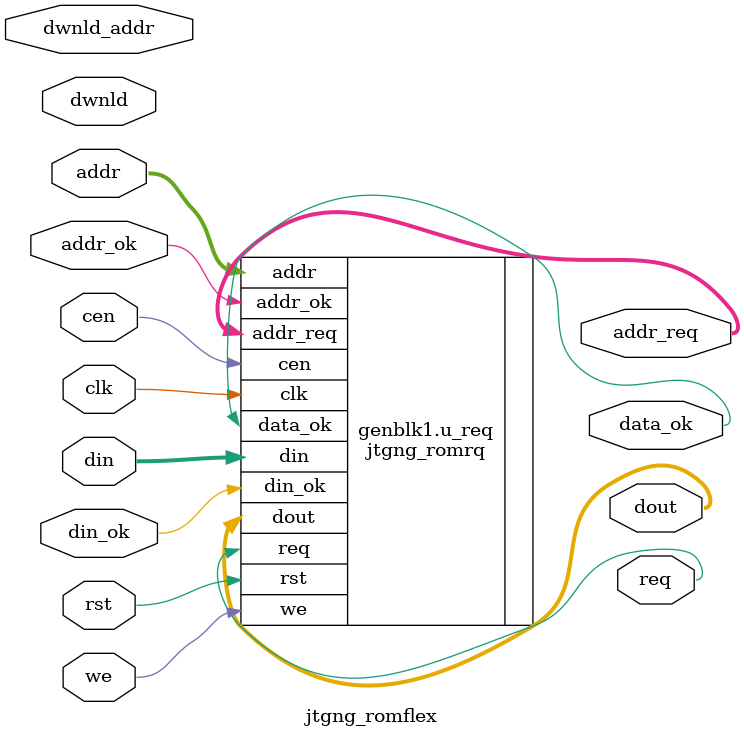
<source format=v>
/*  This file is part of JT_GNG.
    JT_GNG program is free software: you can redistribute it and/or modify
    it under the terms of the GNU General Public License as published by
    the Free Software Foundation, either version 3 of the License, or
    (at your option) any later version.

    JT_GNG program is distributed in the hope that it will be useful,
    but WITHOUT ANY WARRANTY; without even the implied warranty of
    MERCHANTABILITY or FITNESS FOR A PARTICULAR PURPOSE.  See the
    GNU General Public License for more details.

    You should have received a copy of the GNU General Public License
    along with JT_GNG.  If not, see <http://www.gnu.org/licenses/>.

    Author: Jose Tejada Gomez. Twitter: @topapate
    Version: 1.0
    Date: 4-9-2019 */

`timescale 1ns/1ps

module jtgng_romflex #(parameter AW=18, INVERT_A0=0 )(
    input               rst,
    input               clk,
    input               cen,
    input [AW-1:0]      addr,
    input               addr_ok,    // signals that value in addr is valid
    input [31:0]        din,
    input               din_ok,
    input               we,
    input               dwnld,
    input      [AW-1:0] dwnld_addr,
    output              req,
    output              data_ok,    // strobe that signals that data is ready
    output     [AW-1:0] addr_req,
    output     [   7:0] dout
);

parameter USE_BRAM=0;

generate
    
if( USE_BRAM==0 ) begin
    jtgng_romrq #(.AW(AW), .DW(8), .INVERT_A0(INVERT_A0)) 
    u_req(
        .rst        ( rst       ),
        .clk        ( clk       ),
        .cen        ( cen       ),
        .addr       ( addr      ),
        .addr_ok    ( addr_ok   ),    // signals that value in addr is valid
        .din        ( din       ),
        .din_ok     ( din_ok    ),
        .we         ( we        ),
        .req        ( req       ),
        .data_ok    ( data_ok   ),    // strobe that signals that data is ready
        .addr_req   ( addr_req  ),
        .dout       ( dout      )
    );
end
else begin
    wire [AW-1:0] a;
    always @(*) begin
        a = dwnld ? dwnld_addr : { addr[AW-1:1], INVERT_A0 ? ~addr[0]:addr[0]};
    end

    jtgng_multiram #(.AW(AW), .DW(8), .UNITW(12))
    u_multi(
        .clk    (  clk        ),
        .addr   (  a          ),
        .din    (  din        ),
        .we     (  dwnld   ), // do not use the we input here!
        .dout   (  dout       )
    );
    assign req = 1'b0;
    assign data_ok = 1'b1; // it is really not ok for 3 clock cycles, but that's quick
        // enough so we can ignore it
    assign addr_req = {AW{1'b0}};
end

endgenerate
endmodule
</source>
